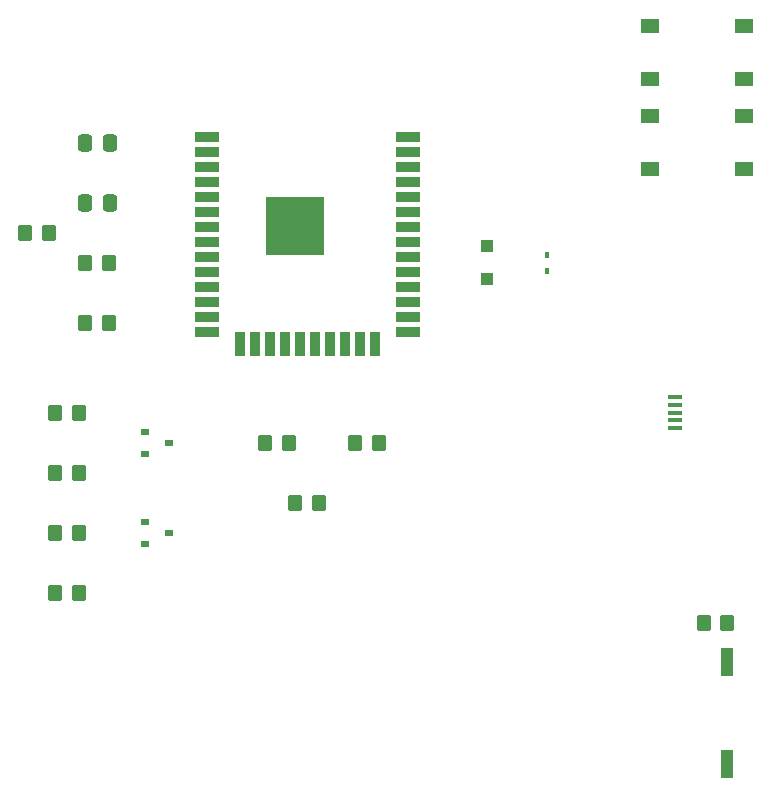
<source format=gtp>
%TF.GenerationSoftware,KiCad,Pcbnew,6.0.2+dfsg-1*%
%TF.CreationDate,2022-10-25T22:12:17-05:00*%
%TF.ProjectId,amiplanta,616d6970-6c61-46e7-9461-2e6b69636164,rev?*%
%TF.SameCoordinates,Original*%
%TF.FileFunction,Paste,Top*%
%TF.FilePolarity,Positive*%
%FSLAX46Y46*%
G04 Gerber Fmt 4.6, Leading zero omitted, Abs format (unit mm)*
G04 Created by KiCad (PCBNEW 6.0.2+dfsg-1) date 2022-10-25 22:12:17*
%MOMM*%
%LPD*%
G01*
G04 APERTURE LIST*
G04 Aperture macros list*
%AMRoundRect*
0 Rectangle with rounded corners*
0 $1 Rounding radius*
0 $2 $3 $4 $5 $6 $7 $8 $9 X,Y pos of 4 corners*
0 Add a 4 corners polygon primitive as box body*
4,1,4,$2,$3,$4,$5,$6,$7,$8,$9,$2,$3,0*
0 Add four circle primitives for the rounded corners*
1,1,$1+$1,$2,$3*
1,1,$1+$1,$4,$5*
1,1,$1+$1,$6,$7*
1,1,$1+$1,$8,$9*
0 Add four rect primitives between the rounded corners*
20,1,$1+$1,$2,$3,$4,$5,0*
20,1,$1+$1,$4,$5,$6,$7,0*
20,1,$1+$1,$6,$7,$8,$9,0*
20,1,$1+$1,$8,$9,$2,$3,0*%
G04 Aperture macros list end*
%ADD10R,1.120000X2.440000*%
%ADD11R,0.800000X0.600000*%
%ADD12RoundRect,0.250000X-0.350000X-0.450000X0.350000X-0.450000X0.350000X0.450000X-0.350000X0.450000X0*%
%ADD13R,1.550000X1.300000*%
%ADD14R,2.000000X0.900000*%
%ADD15R,0.900000X2.000000*%
%ADD16R,5.000000X5.000000*%
%ADD17R,1.300000X0.450000*%
%ADD18R,1.100000X1.100000*%
%ADD19RoundRect,0.250000X-0.337500X-0.475000X0.337500X-0.475000X0.337500X0.475000X-0.337500X0.475000X0*%
%ADD20R,0.400000X0.480000*%
G04 APERTURE END LIST*
D10*
%TO.C,SWin1*%
X104140000Y-99835000D03*
X104140000Y-108445000D03*
%TD*%
D11*
%TO.C,Q2*%
X54870000Y-87950000D03*
X54870000Y-89850000D03*
X56890000Y-88900000D03*
%TD*%
D12*
%TO.C,RRTS1*%
X47260000Y-78740000D03*
X49260000Y-78740000D03*
%TD*%
D13*
%TO.C,SWEnable1*%
X97625000Y-46010000D03*
X105575000Y-46010000D03*
X97625000Y-50510000D03*
X105575000Y-50510000D03*
%TD*%
D12*
%TO.C,RED1*%
X102140000Y-96520000D03*
X104140000Y-96520000D03*
%TD*%
%TO.C,RDTR1*%
X47260000Y-83820000D03*
X49260000Y-83820000D03*
%TD*%
D14*
%TO.C,U3*%
X60080000Y-55415000D03*
X60080000Y-56685000D03*
X60080000Y-57955000D03*
X60080000Y-59225000D03*
X60080000Y-60495000D03*
X60080000Y-61765000D03*
X60080000Y-63035000D03*
X60080000Y-64305000D03*
X60080000Y-65575000D03*
X60080000Y-66845000D03*
X60080000Y-68115000D03*
X60080000Y-69385000D03*
X60080000Y-70655000D03*
X60080000Y-71925000D03*
D15*
X62865000Y-72925000D03*
X64135000Y-72925000D03*
X65405000Y-72925000D03*
X66675000Y-72925000D03*
X67945000Y-72925000D03*
X69215000Y-72925000D03*
X70485000Y-72925000D03*
X71755000Y-72925000D03*
X73025000Y-72925000D03*
X74295000Y-72925000D03*
D14*
X77080000Y-71925000D03*
X77080000Y-70655000D03*
X77080000Y-69385000D03*
X77080000Y-68115000D03*
X77080000Y-66845000D03*
X77080000Y-65575000D03*
X77080000Y-64305000D03*
X77080000Y-63035000D03*
X77080000Y-61765000D03*
X77080000Y-60495000D03*
X77080000Y-59225000D03*
X77080000Y-57955000D03*
X77080000Y-56685000D03*
X77080000Y-55415000D03*
D16*
X67580000Y-62915000D03*
%TD*%
D17*
%TO.C,J2*%
X99700000Y-80040000D03*
X99700000Y-79390000D03*
X99700000Y-78740000D03*
X99700000Y-78090000D03*
X99700000Y-77440000D03*
%TD*%
D12*
%TO.C,rsda1*%
X49800000Y-71120000D03*
X51800000Y-71120000D03*
%TD*%
%TO.C,RRXD0*%
X65040000Y-81280000D03*
X67040000Y-81280000D03*
%TD*%
D18*
%TO.C,Din1*%
X83820000Y-67440000D03*
X83820000Y-64640000D03*
%TD*%
D12*
%TO.C,Rtemp1*%
X44720000Y-63500000D03*
X46720000Y-63500000D03*
%TD*%
D13*
%TO.C,SWBoot1*%
X97625000Y-53630000D03*
X105575000Y-53630000D03*
X97625000Y-58130000D03*
X105575000Y-58130000D03*
%TD*%
D12*
%TO.C,Rvbus1*%
X47260000Y-93980000D03*
X49260000Y-93980000D03*
%TD*%
%TO.C,R_rstbl1*%
X67580000Y-86360000D03*
X69580000Y-86360000D03*
%TD*%
D19*
%TO.C,Cfeed1*%
X49762500Y-60960000D03*
X51837500Y-60960000D03*
%TD*%
D11*
%TO.C,Q1*%
X54870000Y-80330000D03*
X54870000Y-82230000D03*
X56890000Y-81280000D03*
%TD*%
D12*
%TO.C,RTXD0*%
X72660000Y-81280000D03*
X74660000Y-81280000D03*
%TD*%
D20*
%TO.C,Dinl1*%
X88900000Y-66700000D03*
X88900000Y-65380000D03*
%TD*%
D12*
%TO.C,rscl1*%
X49800000Y-66040000D03*
X51800000Y-66040000D03*
%TD*%
D19*
%TO.C,Cfeed2*%
X49762500Y-55880000D03*
X51837500Y-55880000D03*
%TD*%
D12*
%TO.C,Rvbus2*%
X47260000Y-88900000D03*
X49260000Y-88900000D03*
%TD*%
M02*

</source>
